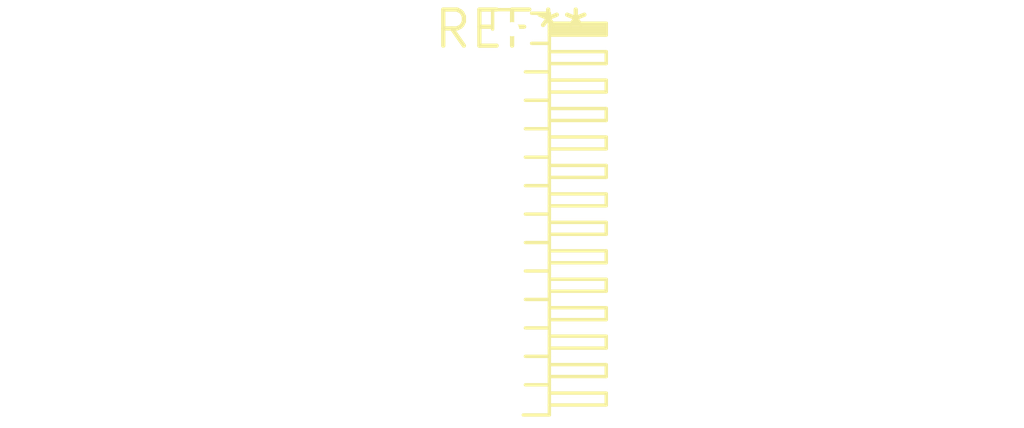
<source format=kicad_pcb>
(kicad_pcb (version 20240108) (generator pcbnew)
  (layers (0 "F.Cu" signal) (31 "B.Cu" signal) (34 "B.Paste" user) (35 "F.Paste" user) (36 "B.SilkS" user "B.Silkscreen") (37 "F.SilkS" user "F.Silkscreen") (38 "B.Mask" user) (39 "F.Mask" user) (44 "Edge.Cuts" user))
  (net 0 "")
  (footprint "PinHeader_1x14_P1.00mm_Horizontal" (layer "F.Cu") (at 0 0)
    (property "Reference" "REF**")
    (property "Value" "PinHeader_1x14_P1.00mm_Horizontal")
    (fp_line (start -0.685 -0.685) (end 0 -0.685) (layer "F.SilkS") (stroke (width 0.12)))
    (fp_line (start -0.685 0) (end -0.685 -0.685) (layer "F.SilkS") (stroke (width 0.12)))
    (fp_line (start 0.468215 1.5) (end 1.31 1.5) (layer "F.SilkS") (stroke (width 0.12)))
    (fp_line (start 0.468215 2.5) (end 1.31 2.5) (layer "F.SilkS") (stroke (width 0.12)))
    (fp_line (start 0.468215 3.5) (end 1.31 3.5) (layer "F.SilkS") (stroke (width 0.12)))
    (fp_line (start 0.468215 4.5) (end 1.31 4.5) (layer "F.SilkS") (stroke (width 0.12)))
    (fp_line (start 0.468215 5.5) (end 1.31 5.5) (layer "F.SilkS") (stroke (width 0.12)))
    (fp_line (start 0.468215 6.5) (end 1.31 6.5) (layer "F.SilkS") (stroke (width 0.12)))
    (fp_line (start 0.468215 7.5) (end 1.31 7.5) (layer "F.SilkS") (stroke (width 0.12)))
    (fp_line (start 0.468215 8.5) (end 1.31 8.5) (layer "F.SilkS") (stroke (width 0.12)))
    (fp_line (start 0.468215 9.5) (end 1.31 9.5) (layer "F.SilkS") (stroke (width 0.12)))
    (fp_line (start 0.468215 10.5) (end 1.31 10.5) (layer "F.SilkS") (stroke (width 0.12)))
    (fp_line (start 0.468215 11.5) (end 1.31 11.5) (layer "F.SilkS") (stroke (width 0.12)))
    (fp_line (start 0.468215 12.5) (end 1.31 12.5) (layer "F.SilkS") (stroke (width 0.12)))
    (fp_line (start 0.685 -0.56) (end 1.31 -0.56) (layer "F.SilkS") (stroke (width 0.12)))
    (fp_line (start 0.685 0.5) (end 1.31 0.5) (layer "F.SilkS") (stroke (width 0.12)))
    (fp_line (start 1.31 -0.56) (end 1.31 13.56) (layer "F.SilkS") (stroke (width 0.12)))
    (fp_line (start 1.31 -0.21) (end 3.31 -0.21) (layer "F.SilkS") (stroke (width 0.12)))
    (fp_line (start 1.31 -0.15) (end 3.31 -0.15) (layer "F.SilkS") (stroke (width 0.12)))
    (fp_line (start 1.31 -0.03) (end 3.31 -0.03) (layer "F.SilkS") (stroke (width 0.12)))
    (fp_line (start 1.31 0.09) (end 3.31 0.09) (layer "F.SilkS") (stroke (width 0.12)))
    (fp_line (start 1.31 0.79) (end 3.31 0.79) (layer "F.SilkS") (stroke (width 0.12)))
    (fp_line (start 1.31 1.79) (end 3.31 1.79) (layer "F.SilkS") (stroke (width 0.12)))
    (fp_line (start 1.31 2.79) (end 3.31 2.79) (layer "F.SilkS") (stroke (width 0.12)))
    (fp_line (start 1.31 3.79) (end 3.31 3.79) (layer "F.SilkS") (stroke (width 0.12)))
    (fp_line (start 1.31 4.79) (end 3.31 4.79) (layer "F.SilkS") (stroke (width 0.12)))
    (fp_line (start 1.31 5.79) (end 3.31 5.79) (layer "F.SilkS") (stroke (width 0.12)))
    (fp_line (start 1.31 6.79) (end 3.31 6.79) (layer "F.SilkS") (stroke (width 0.12)))
    (fp_line (start 1.31 7.79) (end 3.31 7.79) (layer "F.SilkS") (stroke (width 0.12)))
    (fp_line (start 1.31 8.79) (end 3.31 8.79) (layer "F.SilkS") (stroke (width 0.12)))
    (fp_line (start 1.31 9.79) (end 3.31 9.79) (layer "F.SilkS") (stroke (width 0.12)))
    (fp_line (start 1.31 10.79) (end 3.31 10.79) (layer "F.SilkS") (stroke (width 0.12)))
    (fp_line (start 1.31 11.79) (end 3.31 11.79) (layer "F.SilkS") (stroke (width 0.12)))
    (fp_line (start 1.31 12.79) (end 3.31 12.79) (layer "F.SilkS") (stroke (width 0.12)))
    (fp_line (start 1.31 13.56) (end 0.394493 13.56) (layer "F.SilkS") (stroke (width 0.12)))
    (fp_line (start 3.31 -0.21) (end 3.31 0.21) (layer "F.SilkS") (stroke (width 0.12)))
    (fp_line (start 3.31 0.21) (end 1.31 0.21) (layer "F.SilkS") (stroke (width 0.12)))
    (fp_line (start 3.31 0.79) (end 3.31 1.21) (layer "F.SilkS") (stroke (width 0.12)))
    (fp_line (start 3.31 1.21) (end 1.31 1.21) (layer "F.SilkS") (stroke (width 0.12)))
    (fp_line (start 3.31 1.79) (end 3.31 2.21) (layer "F.SilkS") (stroke (width 0.12)))
    (fp_line (start 3.31 2.21) (end 1.31 2.21) (layer "F.SilkS") (stroke (width 0.12)))
    (fp_line (start 3.31 2.79) (end 3.31 3.21) (layer "F.SilkS") (stroke (width 0.12)))
    (fp_line (start 3.31 3.21) (end 1.31 3.21) (layer "F.SilkS") (stroke (width 0.12)))
    (fp_line (start 3.31 3.79) (end 3.31 4.21) (layer "F.SilkS") (stroke (width 0.12)))
    (fp_line (start 3.31 4.21) (end 1.31 4.21) (layer "F.SilkS") (stroke (width 0.12)))
    (fp_line (start 3.31 4.79) (end 3.31 5.21) (layer "F.SilkS") (stroke (width 0.12)))
    (fp_line (start 3.31 5.21) (end 1.31 5.21) (layer "F.SilkS") (stroke (width 0.12)))
    (fp_line (start 3.31 5.79) (end 3.31 6.21) (layer "F.SilkS") (stroke (width 0.12)))
    (fp_line (start 3.31 6.21) (end 1.31 6.21) (layer "F.SilkS") (stroke (width 0.12)))
    (fp_line (start 3.31 6.79) (end 3.31 7.21) (layer "F.SilkS") (stroke (width 0.12)))
    (fp_line (start 3.31 7.21) (end 1.31 7.21) (layer "F.SilkS") (stroke (width 0.12)))
    (fp_line (start 3.31 7.79) (end 3.31 8.21) (layer "F.SilkS") (stroke (width 0.12)))
    (fp_line (start 3.31 8.21) (end 1.31 8.21) (layer "F.SilkS") (stroke (width 0.12)))
    (fp_line (start 3.31 8.79) (end 3.31 9.21) (layer "F.SilkS") (stroke (width 0.12)))
    (fp_line (start 3.31 9.21) (end 1.31 9.21) (layer "F.SilkS") (stroke (width 0.12)))
    (fp_line (start 3.31 9.79) (end 3.31 10.21) (layer "F.SilkS") (stroke (width 0.12)))
    (fp_line (start 3.31 10.21) (end 1.31 10.21) (layer "F.SilkS") (stroke (width 0.12)))
    (fp_line (start 3.31 10.79) (end 3.31 11.21) (layer "F.SilkS") (stroke (width 0.12)))
    (fp_line (start 3.31 11.21) (end 1.31 11.21) (layer "F.SilkS") (stroke (width 0.12)))
    (fp_line (start 3.31 11.79) (end 3.31 12.21) (layer "F.SilkS") (stroke (width 0.12)))
    (fp_line (start 3.31 12.21) (end 1.31 12.21) (layer "F.SilkS") (stroke (width 0.12)))
    (fp_line (start 3.31 12.79) (end 3.31 13.21) (layer "F.SilkS") (stroke (width 0.12)))
    (fp_line (start 3.31 13.21) (end 1.31 13.21) (layer "F.SilkS") (stroke (width 0.12)))
    (pad "1" thru_hole rect (at 0 0) (size 0.85 0.85) (drill 0.5) (layers *.Cu *.Mask) (remove_unused_layers))
    (pad "2" thru_hole oval (at 0 1) (size 0.85 0.85) (drill 0.5) (layers *.Cu *.Mask) (remove_unused_layers))
    (pad "3" thru_hole oval (at 0 2) (size 0.85 0.85) (drill 0.5) (layers *.Cu *.Mask) (remove_unused_layers))
    (pad "4" thru_hole oval (at 0 3) (size 0.85 0.85) (drill 0.5) (layers *.Cu *.Mask) (remove_unused_layers))
    (pad "5" thru_hole oval (at 0 4) (size 0.85 0.85) (drill 0.5) (layers *.Cu *.Mask) (remove_unused_layers))
    (pad "6" thru_hole oval (at 0 5) (size 0.85 0.85) (drill 0.5) (layers *.Cu *.Mask) (remove_unused_layers))
    (pad "7" thru_hole oval (at 0 6) (size 0.85 0.85) (drill 0.5) (layers *.Cu *.Mask) (remove_unused_layers))
    (pad "8" thru_hole oval (at 0 7) (size 0.85 0.85) (drill 0.5) (layers *.Cu *.Mask) (remove_unused_layers))
    (pad "9" thru_hole oval (at 0 8) (size 0.85 0.85) (drill 0.5) (layers *.Cu *.Mask) (remove_unused_layers))
    (pad "10" thru_hole oval (at 0 9) (size 0.85 0.85) (drill 0.5) (layers *.Cu *.Mask) (remove_unused_layers))
    (pad "11" thru_hole oval (at 0 10) (size 0.85 0.85) (drill 0.5) (layers *.Cu *.Mask) (remove_unused_layers))
    (pad "12" thru_hole oval (at 0 11) (size 0.85 0.85) (drill 0.5) (layers *.Cu *.Mask) (remove_unused_layers))
    (pad "13" thru_hole oval (at 0 12) (size 0.85 0.85) (drill 0.5) (layers *.Cu *.Mask) (remove_unused_layers))
    (pad "14" thru_hole oval (at 0 13) (size 0.85 0.85) (drill 0.5) (layers *.Cu *.Mask) (remove_unused_layers))
  )
)
</source>
